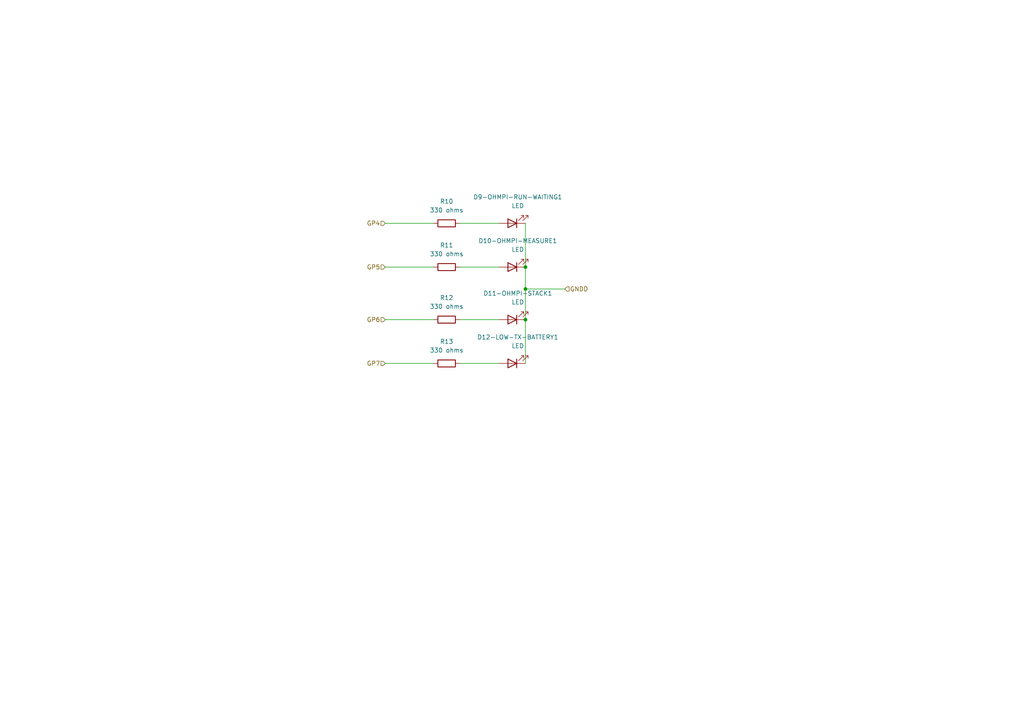
<source format=kicad_sch>
(kicad_sch (version 20211123) (generator eeschema)
  (paper "A4")
  (lib_symbols
    (symbol "Device:LED" (pin_numbers hide) (pin_names (offset 1.016) hide)
      (property "Reference" "D" (at 0 2.54 0))
      (property "Value" "LED" (at 0 -2.54 0))
      (symbol "LED_0_1"
        (polyline (pts (xy -1.27 -1.27) (xy -1.27 1.27)) (stroke (width 0.254)))
        (polyline (pts (xy -1.27 0) (xy 1.27 0)))
        (polyline (pts (xy 1.27 -1.27) (xy 1.27 1.27) (xy -1.27 0) (xy 1.27 -1.27)) (stroke (width 0.254)))
        (polyline (pts (xy -3.048 -0.762) (xy -4.572 -2.286) (xy -3.81 -2.286) (xy -4.572 -2.286) (xy -4.572 -1.524)))
        (polyline (pts (xy -1.778 -0.762) (xy -3.302 -2.286) (xy -2.54 -2.286) (xy -3.302 -2.286) (xy -3.302 -1.524)))
      )
      (symbol "LED_1_1"
        (pin passive line (at -3.81 0 0) (length 2.54) (name "K") (number "1"))
        (pin passive line (at 3.81 0 180) (length 2.54) (name "A") (number "2"))
      )
    )
    (symbol "Device:R" (pin_numbers hide) (pin_names (offset 0))
      (property "Reference" "R" (at 2.032 0 90))
      (property "Value" "R" (at 0 0 90))
      (symbol "R_0_1"
        (rectangle (start -1.016 -2.54) (end 1.016 2.54) (stroke (width 0.254)))
      )
      (symbol "R_1_1"
        (pin passive line (at 0 3.81 270) (length 1.27) (name "~") (number "1"))
        (pin passive line (at 0 -3.81 90) (length 1.27) (name "~") (number "2"))
      )
    )
  )
  (junction (at 152.4 77.47))
  (junction (at 152.4 92.71))
  (junction (at 152.4 83.82))
  (wire (pts (xy 133.35 105.41) (xy 144.78 105.41)))
  (wire (pts (xy 111.76 92.71) (xy 125.73 92.71)))
  (wire (pts (xy 111.76 105.41) (xy 125.73 105.41)))
  (wire (pts (xy 133.35 92.71) (xy 144.78 92.71)))
  (wire (pts (xy 152.4 77.47) (xy 152.4 83.82)))
  (wire (pts (xy 152.4 92.71) (xy 152.4 105.41)))
  (wire (pts (xy 133.35 64.77) (xy 144.78 64.77)))
  (wire (pts (xy 152.4 64.77) (xy 152.4 77.47)))
  (wire (pts (xy 111.76 64.77) (xy 125.73 64.77)))
  (wire (pts (xy 111.76 77.47) (xy 125.73 77.47)))
  (wire (pts (xy 152.4 83.82) (xy 152.4 92.71)))
  (wire (pts (xy 152.4 83.82) (xy 163.83 83.82)))
  (wire (pts (xy 133.35 77.47) (xy 144.78 77.47)))
  (hierarchical_label "GNDD" (shape input) (at 163.83 83.82 0))
  (hierarchical_label "GP7" (shape input) (at 111.76 105.41 180))
  (hierarchical_label "GP6" (shape input) (at 111.76 92.71 180))
  (hierarchical_label "GP4" (shape input) (at 111.76 64.77 180))
  (hierarchical_label "GP5" (shape input) (at 111.76 77.47 180))
  (symbol (lib_id "Device:R") (at 129.54 64.77 90) (unit 1)
    (property "Reference" "R10" (at 129.54 58.42 90))
    (property "Value" "330 ohms" (at 129.54 60.96 90))
    (property "Footprint" "Resistor_THT:R_Axial_DIN0207_L6.3mm_D2.5mm_P7.62mm_Horizontal" (effects hide))
  )
  (symbol (lib_id "Device:R") (at 129.54 105.41 90) (unit 1)
    (property "Reference" "R13" (at 129.54 99.06 90))
    (property "Value" "330 ohms" (at 129.54 101.6 90))
    (property "Footprint" "Resistor_THT:R_Axial_DIN0207_L6.3mm_D2.5mm_P7.62mm_Horizontal" (effects hide))
  )
  (symbol (lib_id "Device:LED") (at 148.59 64.77 180) (unit 1)
    (property "Reference" "D9-OHMPI-RUN-WAITING1" (at 150.1775 57.15 0))
    (property "Value" "LED" (at 150.1775 59.69 0))
    (property "Footprint" "LED_THT:LED_D4.0mm" (effects hide))
  )
  (symbol (lib_id "Device:LED") (at 148.59 92.71 180) (unit 1)
    (property "Reference" "D11-OHMPI-STACK1" (at 150.1775 85.09 0))
    (property "Value" "LED" (at 150.1775 87.63 0))
    (property "Footprint" "LED_THT:LED_D4.0mm" (effects hide))
  )
  (symbol (lib_id "Device:LED") (at 148.59 105.41 180) (unit 1)
    (property "Reference" "D12-LOW-TX-BATTERY1" (at 150.1775 97.79 0))
    (property "Value" "LED" (at 150.1775 100.33 0))
    (property "Footprint" "LED_THT:LED_D4.0mm" (effects hide))
  )
  (symbol (lib_id "Device:R") (at 129.54 92.71 90) (unit 1)
    (property "Reference" "R12" (at 129.54 86.36 90))
    (property "Value" "330 ohms" (at 129.54 88.9 90))
    (property "Footprint" "Resistor_THT:R_Axial_DIN0207_L6.3mm_D2.5mm_P7.62mm_Horizontal" (effects hide))
  )
  (symbol (lib_id "Device:R") (at 129.54 77.47 90) (unit 1)
    (property "Reference" "R11" (at 129.54 71.12 90))
    (property "Value" "330 ohms" (at 129.54 73.66 90))
    (property "Footprint" "Resistor_THT:R_Axial_DIN0207_L6.3mm_D2.5mm_P7.62mm_Horizontal" (effects hide))
  )
  (symbol (lib_id "Device:LED") (at 148.59 77.47 180) (unit 1)
    (property "Reference" "D10-OHMPI-MEASURE1" (at 150.1775 69.85 0))
    (property "Value" "LED" (at 150.1775 72.39 0))
    (property "Footprint" "LED_THT:LED_D4.0mm" (effects hide))
  )
)
</source>
